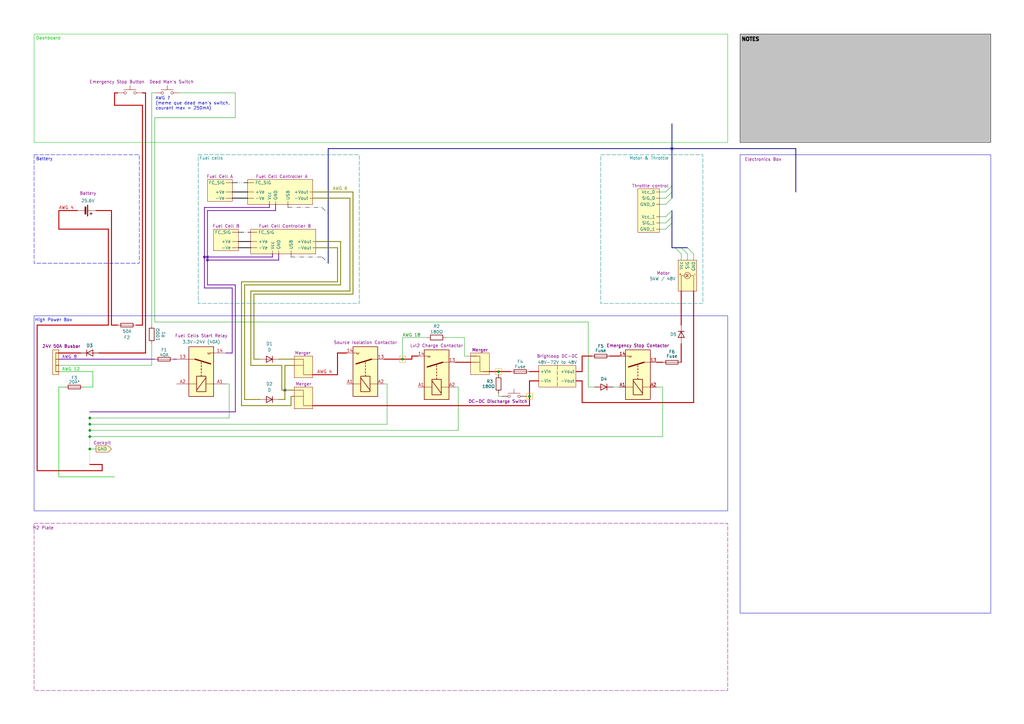
<source format=kicad_sch>
(kicad_sch (version 20231120) (generator "eeschema") (generator_version "8.0")
  (paper "A3")
  (title_block (title "Electrical Layout 2024") (date "2024-05-09") (company "Exocet Polytechnique Montréal"))
  (lib_symbols
    (symbol "Device:Battery_Cell" (pin_numbers hide) (pin_names (offset 0) hide)
      (property "Reference" "BT" (at 2.54 2.54 0))
      (property "Value" "Battery_Cell" (at 2.54 0 0))
      (symbol "Battery_Cell_0_1"
        (rectangle (start -2.286 1.778) (end 2.286 1.524) (fill (type outline)))
        (rectangle (start -1.524 1.016) (end 1.524 0.508) (fill (type outline)))
        (polyline (pts (xy 0 0.762) (xy 0 0)))
        (polyline (pts (xy 0 1.778) (xy 0 2.54)))
        (polyline (pts (xy 0.762 3.048) (xy 1.778 3.048)) (stroke (width 0.254)))
        (polyline (pts (xy 1.27 3.556) (xy 1.27 2.54)) (stroke (width 0.254)))
      )
      (symbol "Battery_Cell_1_1"
        (pin passive line (at 0 5.08 270) (length 2.54) (name "+") (number "1"))
        (pin passive line (at 0 -2.54 90) (length 2.54) (name "-") (number "2"))
      )
    )
    (symbol "Device:D" (pin_numbers hide) (pin_names (offset 1.016) hide)
      (property "Reference" "D" (at 0 2.54 0))
      (property "Value" "D" (at 0 -2.54 0))
      (symbol "D_0_1"
        (polyline (pts (xy -1.27 1.27) (xy -1.27 -1.27)) (stroke (width 0.254)))
        (polyline (pts (xy 1.27 0) (xy -1.27 0)))
        (polyline (pts (xy 1.27 1.27) (xy 1.27 -1.27) (xy -1.27 0) (xy 1.27 1.27)) (stroke (width 0.254)))
      )
      (symbol "D_1_1"
        (pin passive line (at -3.81 0 0) (length 2.54) (name "K") (number "1"))
        (pin passive line (at 3.81 0 180) (length 2.54) (name "A") (number "2"))
      )
    )
    (symbol "Device:Fuse" (pin_numbers hide) (pin_names (offset 0))
      (property "Reference" "F" (at 2.032 0 90))
      (property "Value" "Fuse" (at -1.905 0 90))
      (symbol "Fuse_0_1"
        (rectangle (start -0.762 -2.54) (end 0.762 2.54) (stroke (width 0.254)))
        (polyline (pts (xy 0 2.54) (xy 0 -2.54)))
      )
      (symbol "Fuse_1_1"
        (pin passive line (at 0 3.81 270) (length 1.27) (name "~") (number "1"))
        (pin passive line (at 0 -3.81 90) (length 1.27) (name "~") (number "2"))
      )
    )
    (symbol "Device:R" (pin_numbers hide) (pin_names (offset 0))
      (property "Reference" "R" (at 2.032 0 90))
      (property "Value" "R" (at 0 0 90))
      (symbol "R_0_1"
        (rectangle (start -1.016 -2.54) (end 1.016 2.54) (stroke (width 0.254)))
      )
      (symbol "R_1_1"
        (pin passive line (at 0 3.81 270) (length 1.27) (name "~") (number "1"))
        (pin passive line (at 0 -3.81 90) (length 1.27) (name "~") (number "2"))
      )
    )
    (symbol "Exocet_Electrical:Brightloop_DC-DC"
      (property "Reference" "DCC" (at 0 0 0))
      (symbol "Brightloop_DC-DC_1_1"
        (rectangle (start -7.62 -1.27) (end 7.62 -10.16) (fill (type background)))
        (polyline (pts (xy 0 -1.27) (xy 0 -10.16)) (stroke (width 0) (type dash)))
        (pin power_in line (at -7.62 -3.81 0) (length 0) (name "+Vin") (number ""))
        (pin power_out line (at 7.62 -3.81 180) (length 0) (name "+Vout") (number ""))
        (pin power_in line (at -7.62 -7.62 0) (length 0) (name "-Vin") (number ""))
        (pin power_out line (at 7.62 -7.62 180) (length 0) (name "-Vout") (number ""))
      )
    )
    (symbol "Exocet_Electrical:Busbar_4"
      (property "Reference" "BSB" (at -0.508 -0.254 0))
      (symbol "Busbar_4_0_1"
        (polyline (pts (xy -1.27 -7.62) (xy -1.27 -10.16)))
        (polyline (pts (xy -1.27 -2.54) (xy -1.27 -7.62)))
      )
      (symbol "Busbar_4_1_1"
        (rectangle (start -2.54 -1.27) (end 0 -11.43) (fill (type background)))
        (pin passive line (at 0 -10.16 180) (length 1.27) (name "") (number ""))
        (pin passive line (at 0 -7.62 180) (length 1.27) (name "") (number ""))
        (pin passive line (at 0 -5.08 180) (length 1.27) (name "") (number ""))
        (pin passive line (at 0 -2.54 180) (length 1.27) (name "") (number ""))
      )
    )
    (symbol "Exocet_Electrical:Cockpit_(grounded)"
      (property "Reference" "CGND" (at 0 0 0))
      (symbol "Cockpit_(grounded)_1_1"
        (polyline (pts (xy -2.54 -1.27) (xy 2.54 -1.27) (xy 3.81 -2.54) (xy 2.54 -3.81) (xy -2.54 -3.81) (xy -2.54 -1.27)) (fill (type background)))
        (pin passive line (at -2.54 -2.54 0) (length 0) (name "GND") (number ""))
      )
    )
    (symbol "Exocet_Electrical:Fuel_Cell_Controller"
      (property "Reference" "FCC" (at 0 0 0))
      (symbol "Fuel_Cell_Controller_1_1"
        (rectangle (start -13.97 -1.27) (end 12.7 -11.43) (fill (type background)))
        (pin power_in line (at -13.97 -6.35 0) (length 2.54) (name "+Ve") (number ""))
        (pin power_out line (at 12.7 -6.35 180) (length 1.27) (name "+Vout") (number ""))
        (pin power_in line (at -13.97 -8.89 0) (length 2.54) (name "-Ve") (number ""))
        (pin power_out line (at 12.7 -8.89 180) (length 1.27) (name "-Vout") (number ""))
        (pin output line (at -13.97 -2.54 0) (length 2.54) (name "FC_SIG") (number ""))
        (pin power_in line (at -2.54 -11.43 90) (length 1.27) (name "GND") (number ""))
        (pin bidirectional line (at 2.54 -11.43 90) (length 1.27) (name "USB") (number ""))
        (pin power_in line (at -5.08 -11.43 90) (length 1.27) (name "Vcc") (number ""))
      )
    )
    (symbol "Exocet_Electrical:Merger_2_1"
      (property "Reference" "MRG" (at 0 0 0))
      (symbol "Merger_2_1_0_1"
        (polyline (pts (xy -1.27 -5.08) (xy 0 -5.08)))
        (polyline (pts (xy -1.27 -2.54) (xy 0 -2.54)))
        (polyline (pts (xy 0 -2.54) (xy 0 -8.89) (xy 1.27 -8.89)))
      )
      (symbol "Merger_2_1_1_1"
        (rectangle (start -3.81 -1.27) (end 3.81 -10.16) (fill (type background)))
        (pin passive line (at -3.81 -5.08 0) (length 2.54) (name "") (number ""))
        (pin passive line (at -3.81 -2.54 0) (length 2.54) (name "") (number ""))
        (pin passive line (at 3.81 -8.89 180) (length 2.54) (name "") (number ""))
      )
    )
    (symbol "Exocet_Electrical:Outboard_5.0"
      (property "Reference" "PROP" (at 0 0 0))
      (symbol "Outboard_5.0_0_1"
        (circle (center 0 -5.08) (radius 1.27))
      )
      (symbol "Outboard_5.0_1_1"
        (rectangle (start -6.35 -1.27) (end 6.35 -8.89) (fill (type background)))
        (polyline (pts (xy -3.81 -2.54) (xy -6.35 -2.54)))
        (polyline (pts (xy -6.35 -7.62) (xy 0 -7.62) (xy 0 -6.35)))
        (polyline (pts (xy -3.81 -2.54) (xy 0 -2.54) (xy 0 -3.81)))
        (text "+" (at 0.508 -2.032 0) (effects (font (size 1 1))))
        (text "-" (at 0.508 -8.128 0) (effects (font (size 1 1))))
        (text "M" (at 0 -5.08 0) (effects (font (size 1.27 1.27))))
        (pin power_in line (at -6.35 -7.62 0) (length 0) (name "") (number ""))
        (pin power_in line (at -6.35 -2.54 0) (length 0) (name "") (number ""))
        (pin power_in line (at 6.35 -7.62 180) (length 0) (name "GND") (number ""))
        (pin input line (at 6.35 -5.08 180) (length 0) (name "SIG") (number ""))
        (pin power_in line (at 6.35 -2.54 180) (length 0) (name "Vcc") (number ""))
      )
    )
    (symbol "Exocet_Electrical:Throttle"
      (property "Reference" "THR" (at 0 0 0))
      (symbol "Throttle_1_1"
        (rectangle (start -3.81 -1.27) (end 5.08 -19.05) (fill (type background)))
        (pin power_in line (at -3.81 -7.62 0) (length 1.27) (name "GND_0") (number ""))
        (pin power_in line (at -3.81 -17.78 0) (length 1.27) (name "GND_1") (number ""))
        (pin output line (at -3.81 -5.08 0) (length 1.27) (name "SIG_0") (number ""))
        (pin output line (at -3.81 -15.24 0) (length 1.27) (name "SIG_1") (number ""))
        (pin power_in line (at -3.81 -2.54 0) (length 1.27) (name "Vcc_0") (number ""))
        (pin power_in line (at -3.81 -12.7 0) (length 1.27) (name "Vcc_1") (number ""))
      )
    )
    (symbol "Fuel_Cell_2"
      (property "Reference" "FC" (at 0 0 0))
      (symbol "Fuel_Cell_2_1_1"
        (rectangle (start -5.08 -1.27) (end 5.08 -10.16) (fill (type background)))
        (pin power_out line (at 5.08 -6.35 180) (length 2.54) (name "+Ve") (number ""))
        (pin power_out line (at 5.08 -8.89 180) (length 2.54) (name "-Ve") (number ""))
        (pin input line (at 5.08 -2.54 180) (length 2.54) (name "FC_SIG") (number ""))
      )
    )
    (symbol "Fuel_Cell_3"
      (property "Reference" "FC" (at 0 0 0))
      (symbol "Fuel_Cell_3_1_1"
        (rectangle (start -5.08 -1.27) (end 5.08 -10.16) (fill (type background)))
        (pin power_out line (at 5.08 -6.35 180) (length 2.54) (name "+Ve") (number ""))
        (pin power_out line (at 5.08 -8.89 180) (length 2.54) (name "-Ve") (number ""))
        (pin input line (at 5.08 -2.54 180) (length 2.54) (name "FC_SIG") (number ""))
      )
    )
    (symbol "Merger_2_1_1"
      (property "Reference" "MRG" (at 0 0 0))
      (symbol "Merger_2_1_1_0_1"
        (polyline (pts (xy -1.27 -5.08) (xy 0 -5.08)))
        (polyline (pts (xy -1.27 -2.54) (xy 0 -2.54)))
        (polyline (pts (xy 0 -2.54) (xy 0 -8.89) (xy 1.27 -8.89)))
      )
      (symbol "Merger_2_1_1_1_1"
        (rectangle (start -3.81 -1.27) (end 3.81 -10.16) (fill (type background)))
        (pin passive line (at -3.81 -5.08 0) (length 2.54) (name "") (number ""))
        (pin passive line (at -3.81 -2.54 0) (length 2.54) (name "") (number ""))
        (pin passive line (at 3.81 -8.89 180) (length 2.54) (name "") (number ""))
      )
    )
    (symbol "Merger_2_1_2"
      (property "Reference" "MRG" (at 0 0 0))
      (symbol "Merger_2_1_2_0_1"
        (polyline (pts (xy -1.27 -5.08) (xy 0 -5.08)))
        (polyline (pts (xy -1.27 -2.54) (xy 0 -2.54)))
        (polyline (pts (xy 0 -2.54) (xy 0 -8.89) (xy 1.27 -8.89)))
      )
      (symbol "Merger_2_1_2_1_1"
        (rectangle (start -3.81 -1.27) (end 3.81 -10.16) (fill (type background)))
        (pin passive line (at -3.81 -5.08 0) (length 2.54) (name "") (number ""))
        (pin passive line (at -3.81 -2.54 0) (length 2.54) (name "") (number ""))
        (pin passive line (at 3.81 -8.89 180) (length 2.54) (name "") (number ""))
      )
    )
    (symbol "Relay:RAYEX-L90AS"
      (property "Reference" "K" (at 11.43 3.81 0))
      (property "Value" "RAYEX-L90AS" (at 11.43 1.27 0))
      (symbol "RAYEX-L90AS_1_0"
        (polyline (pts (xy 7.62 3.81) (xy 7.62 5.08)))
        (polyline (pts (xy 7.62 3.81) (xy 7.62 2.54) (xy 6.985 3.175) (xy 7.62 3.81)))
      )
      (symbol "RAYEX-L90AS_1_1"
        (rectangle (start -10.16 5.08) (end 10.16 -5.08) (stroke (width 0.254)) (fill (type background)))
        (rectangle (start -8.255 1.905) (end -1.905 -1.905) (stroke (width 0.254)))
        (polyline (pts (xy -7.62 -1.905) (xy -2.54 1.905)) (stroke (width 0.254)))
        (polyline (pts (xy -5.08 -5.08) (xy -5.08 -1.905)))
        (polyline (pts (xy -5.08 5.08) (xy -5.08 1.905)))
        (polyline (pts (xy -1.905 0) (xy -1.27 0)) (stroke (width 0.254)))
        (polyline (pts (xy -0.635 0) (xy 0 0)) (stroke (width 0.254)))
        (polyline (pts (xy 0.635 0) (xy 1.27 0)) (stroke (width 0.254)))
        (polyline (pts (xy 0.635 0) (xy 1.27 0)) (stroke (width 0.254)))
        (polyline (pts (xy 1.905 0) (xy 2.54 0)) (stroke (width 0.254)))
        (polyline (pts (xy 3.175 0) (xy 3.81 0)) (stroke (width 0.254)))
        (polyline (pts (xy 5.08 -2.54) (xy 3.175 3.81)) (stroke (width 0.508)))
        (polyline (pts (xy 5.08 -2.54) (xy 5.08 -5.08)))
        (pin passive line (at 5.08 -10.16 90) (length 5.08) (name "~") (number "13"))
        (pin passive line (at 7.62 10.16 270) (length 5.08) (name "~") (number "14"))
        (pin passive line (at -5.08 10.16 270) (length 5.08) (name "~") (number "A1"))
        (pin passive line (at -5.08 -10.16 90) (length 5.08) (name "~") (number "A2"))
      )
    )
    (symbol "Relay:Relay_SPST-NO"
      (property "Reference" "K" (at 11.43 3.81 0))
      (property "Value" "Relay_SPST-NO" (at 11.43 1.27 0))
      (symbol "Relay_SPST-NO_0_0"
        (polyline (pts (xy 7.62 5.08) (xy 7.62 2.54) (xy 6.985 3.175) (xy 7.62 3.81)))
      )
      (symbol "Relay_SPST-NO_0_1"
        (rectangle (start -10.16 5.08) (end 10.16 -5.08) (stroke (width 0.254)) (fill (type background)))
        (rectangle (start -8.255 1.905) (end -1.905 -1.905) (stroke (width 0.254)))
        (polyline (pts (xy -7.62 -1.905) (xy -2.54 1.905)) (stroke (width 0.254)))
        (polyline (pts (xy -5.08 -5.08) (xy -5.08 -1.905)))
        (polyline (pts (xy -5.08 5.08) (xy -5.08 1.905)))
        (polyline (pts (xy -1.905 0) (xy -1.27 0)) (stroke (width 0.254)))
        (polyline (pts (xy -0.635 0) (xy 0 0)) (stroke (width 0.254)))
        (polyline (pts (xy 0.635 0) (xy 1.27 0)) (stroke (width 0.254)))
        (polyline (pts (xy 1.905 0) (xy 2.54 0)) (stroke (width 0.254)))
        (polyline (pts (xy 3.175 0) (xy 3.81 0)) (stroke (width 0.254)))
        (polyline (pts (xy 5.08 -2.54) (xy 3.175 3.81)) (stroke (width 0.508)))
        (polyline (pts (xy 5.08 -2.54) (xy 5.08 -5.08)))
      )
      (symbol "Relay_SPST-NO_1_1"
        (pin passive line (at 5.08 -7.62 90) (length 2.54) (name "~") (number "13"))
        (pin passive line (at 7.62 7.62 270) (length 2.54) (name "~") (number "14"))
        (pin passive line (at -5.08 7.62 270) (length 2.54) (name "~") (number "A1"))
        (pin passive line (at -5.08 -7.62 90) (length 2.54) (name "~") (number "A2"))
      )
    )
    (symbol "Switch:SW_Push" (pin_numbers hide) (pin_names (offset 1.016) hide)
      (property "Reference" "SW" (at 1.27 2.54 0))
      (property "Value" "SW_Push" (at 0 -1.524 0))
      (symbol "SW_Push_0_1"
        (circle (center -2.032 0) (radius 0.508))
        (polyline (pts (xy 0 1.27) (xy 0 3.048)))
        (polyline (pts (xy 2.54 1.27) (xy -2.54 1.27)))
        (circle (center 2.032 0) (radius 0.508))
        (pin passive line (at -5.08 0 0) (length 2.54) (name "1") (number "1"))
        (pin passive line (at 5.08 0 180) (length 2.54) (name "2") (number "2"))
      )
    )
  )
  (junction (at 83.82 105.41) (color 102 4 161 1))
  (junction (at 165.1 147.32))
  (junction (at 85.09 106.68) (color 102 4 161 1))
  (junction (at 36.83 176.53))
  (junction (at 36.83 173.99))
  (junction (at 204.47 152.4))
  (junction (at 217.17 162.56))
  (junction (at 36.83 184.15))
  (junction (at 36.83 171.45))
  (junction (at 36.83 179.07))
  (no_connect (at 275.59 60.96))
  (no_connect (at 85.09 105.41))
  (no_connect (at 116.84 160.02))
  (bus_entry (at 281.94 104.14) (size -2.54 -2.54))
  (bus_entry (at 132.08 105.41) (size 2.54 2.54) (stroke (width 0) (type dash_dot_dot) (color 0 0 0 1)))
  (bus_entry (at 273.05 93.98) (size 2.54 -2.54))
  (bus_entry (at 273.05 91.44) (size 2.54 -2.54))
  (bus_entry (at 275.59 78.74) (size -2.54 2.54))
  (bus_entry (at 275.59 81.28) (size -2.54 2.54))
  (bus_entry (at 275.59 76.2) (size -2.54 2.54))
  (bus_entry (at 284.48 104.14) (size -2.54 -2.54))
  (bus_entry (at 132.08 85.09) (size 2.54 2.54) (stroke (width 0) (type dash_dot_dot) (color 0 0 0 1)))
  (bus_entry (at 273.05 88.9) (size 2.54 -2.54))
  (bus_entry (at 279.4 104.14) (size -2.54 -2.54))
  (wire (pts (xy 104.14 147.32) (xy 104.14 120.65)) (stroke (width 0.35) (color 132 132 0 1)))
  (bus (pts (xy 134.62 60.96) (xy 326.39 60.96)))
  (bus (pts (xy 275.59 101.6) (xy 276.86 101.6)))
  (wire (pts (xy 111.76 105.41) (xy 111.76 104.14)) (stroke (width 0.3) (color 102 4 161 1)))
  (wire (pts (xy 273.05 81.28) (xy 270.51 81.28)))
  (wire (pts (xy 100.33 163.83) (xy 100.33 116.84)) (stroke (width 0.35) (color 132 132 0 1)))
  (wire (pts (xy 271.78 158.75) (xy 269.24 158.75)))
  (bus (pts (xy 275.59 78.74) (xy 275.59 81.28)))
  (wire (pts (xy 158.75 157.48) (xy 158.75 173.99)))
  (wire (pts (xy 99.06 166.37) (xy 99.06 115.57)) (stroke (width 0.35) (color 132 132 0 1)))
  (wire (pts (xy 187.96 158.75) (xy 186.69 158.75)))
  (wire (pts (xy 241.3 158.75) (xy 243.84 158.75)))
  (wire (pts (xy 104.14 147.32) (xy 106.68 147.32)) (stroke (width 0.35) (color 132 132 0 1)))
  (wire (pts (xy 217.17 156.21) (xy 220.98 156.21)) (stroke (width 0.4) (color 194 0 0 1)))
  (wire (pts (xy 83.82 105.41) (xy 111.76 105.41)) (stroke (width 0.3) (color 102 4 161 1)))
  (wire (pts (xy 63.5 132.08) (xy 241.3 132.08)))
  (wire (pts (xy 95.25 74.93) (xy 101.6 74.93)) (stroke (width 0.2) (type dash_dot_dot) (color 0 0 0 1)))
  (wire (pts (xy 85.09 116.84) (xy 85.09 106.68)) (stroke (width 0.3) (color 102 4 161 1)))
  (wire (pts (xy 83.82 118.11) (xy 95.25 118.11)) (stroke (width 0.3) (color 102 4 161 1)))
  (wire (pts (xy 118.11 83.82) (xy 118.11 85.09)) (stroke (width 0) (type dash_dot_dot) (color 0 0 0 1)))
  (wire (pts (xy 138.43 153.67) (xy 128.27 153.67)) (stroke (width 0.4) (color 194 0 0 1)))
  (wire (pts (xy 200.66 152.4) (xy 204.47 152.4)) (stroke (width 0.4) (color 194 0 0 1)))
  (bus (pts (xy 134.62 87.63) (xy 134.62 107.95)))
  (wire (pts (xy 24.13 149.86) (xy 62.23 149.86)))
  (bus (pts (xy 326.39 60.96) (xy 326.39 78.74)))
  (bus (pts (xy 275.59 50.8) (xy 275.59 76.2)))
  (wire (pts (xy 138.43 101.6) (xy 129.54 101.6)) (stroke (width 0.35) (color 132 132 0 1)))
  (wire (pts (xy 204.47 152.4) (xy 204.47 153.67)))
  (wire (pts (xy 85.09 106.68) (xy 114.3 106.68)) (stroke (width 0.3) (color 102 4 161 1)))
  (wire (pts (xy 250.19 146.05) (xy 254 146.05)) (stroke (width 0.4) (color 194 0 0 1)))
  (wire (pts (xy 190.5 138.43) (xy 190.5 146.05)))
  (wire (pts (xy 63.5 48.26) (xy 63.5 132.08)))
  (wire (pts (xy 93.98 171.45) (xy 36.83 171.45)))
  (wire (pts (xy 58.42 133.35) (xy 58.42 43.18)) (stroke (width 0.4) (color 194 0 0 1)))
  (wire (pts (xy 284.48 119.38) (xy 284.48 165.1)) (stroke (width 0.4) (color 194 0 0 1)))
  (bus (pts (xy 275.59 91.44) (xy 275.59 101.6)))
  (wire (pts (xy 45.72 86.36) (xy 39.37 86.36)) (stroke (width 0.4) (color 194 0 0 1)))
  (wire (pts (xy 24.13 195.58) (xy 46.99 195.58)) (stroke (width 0.2) (color 0 194 0 1)))
  (wire (pts (xy 138.43 115.57) (xy 138.43 101.6)) (stroke (width 0.35) (color 132 132 0 1)))
  (bus (pts (xy 279.4 101.6) (xy 281.94 101.6)))
  (wire (pts (xy 38.1 158.75) (xy 34.29 158.75)) (stroke (width 0.2) (color 0 194 0 1)))
  (wire (pts (xy 204.47 161.29) (xy 204.47 162.56)))
  (wire (pts (xy 24.13 93.98) (xy 44.45 93.98)) (stroke (width 0.4) (color 194 0 0 1)))
  (wire (pts (xy 96.52 116.84) (xy 96.52 168.91)) (stroke (width 0.3) (color 102 4 161 1)))
  (wire (pts (xy 273.05 88.9) (xy 270.51 88.9)))
  (wire (pts (xy 97.79 101.6) (xy 102.87 101.6)) (stroke (width 0.3) (color 0 0 0 1)))
  (wire (pts (xy 24.13 144.78) (xy 33.02 144.78)) (stroke (width 0.4) (color 194 0 0 1)))
  (wire (pts (xy 58.42 38.1) (xy 59.69 38.1)) (stroke (width 0.4) (color 194 0 0 1)))
  (wire (pts (xy 165.1 138.43) (xy 175.26 138.43)))
  (wire (pts (xy 62.23 149.86) (xy 62.23 140.97)))
  (wire (pts (xy 158.75 173.99) (xy 36.83 173.99)))
  (wire (pts (xy 168.91 146.05) (xy 171.45 146.05)) (stroke (width 0.4) (color 194 0 0 1)))
  (wire (pts (xy 62.23 38.1) (xy 62.23 133.35)))
  (wire (pts (xy 165.1 138.43) (xy 165.1 147.32)))
  (wire (pts (xy 36.83 184.15) (xy 36.83 190.5)) (stroke (width 0) (type dot) (color 0 0 0 1)))
  (bus (pts (xy 276.86 101.6) (xy 279.4 101.6)))
  (wire (pts (xy 92.71 157.48) (xy 93.98 157.48)))
  (wire (pts (xy 24.13 158.75) (xy 26.67 158.75)) (stroke (width 0.2) (color 0 194 0 1)))
  (wire (pts (xy 36.83 173.99) (xy 36.83 176.53)) (stroke (width 0) (type dot) (color 0 0 0 1)))
  (wire (pts (xy 102.87 149.86) (xy 115.57 149.86)) (stroke (width 0.35) (color 132 132 0 1)))
  (wire (pts (xy 187.96 158.75) (xy 187.96 176.53)))
  (wire (pts (xy 15.24 193.04) (xy 41.91 193.04)) (stroke (width 0.4) (color 194 0 0 1)))
  (wire (pts (xy 114.3 163.83) (xy 116.84 163.83)) (stroke (width 0.35) (color 132 132 0 1)))
  (wire (pts (xy 157.48 147.32) (xy 165.1 147.32)) (stroke (width 0.4) (color 194 0 0 1)))
  (wire (pts (xy 119.38 162.56) (xy 120.65 162.56)) (stroke (width 0.35) (color 132 132 0 1)))
  (wire (pts (xy 45.72 86.36) (xy 45.72 133.35)) (stroke (width 0.4) (color 194 0 0 1)))
  (wire (pts (xy 273.05 91.44) (xy 270.51 91.44)))
  (wire (pts (xy 31.75 86.36) (xy 24.13 86.36)) (stroke (width 0.4) (color 194 0 0 1)))
  (wire (pts (xy 241.3 132.08) (xy 241.3 158.75)))
  (wire (pts (xy 44.45 133.35) (xy 15.24 133.35)) (stroke (width 0.4) (color 194 0 0 1)))
  (wire (pts (xy 85.09 106.68) (xy 85.09 86.36)) (stroke (width 0.3) (color 102 4 161 1)))
  (wire (pts (xy 281.94 104.14) (xy 281.94 106.68)))
  (wire (pts (xy 273.05 78.74) (xy 270.51 78.74)))
  (wire (pts (xy 119.38 105.41) (xy 132.08 105.41)) (stroke (width 0) (type dash_dot_dot) (color 0 0 0 1)))
  (wire (pts (xy 97.79 95.25) (xy 102.87 95.25)) (stroke (width 0.2) (type dash_dot) (color 0 0 0 1)))
  (wire (pts (xy 41.91 193.04) (xy 41.91 190.5)) (stroke (width 0.4) (color 194 0 0 1)))
  (wire (pts (xy 238.76 156.21) (xy 238.76 165.1)) (stroke (width 0.4) (color 194 0 0 1)))
  (wire (pts (xy 41.91 190.5) (xy 36.83 190.5)) (stroke (width 0.4) (color 194 0 0 1)))
  (wire (pts (xy 92.71 144.78) (xy 95.25 144.78)) (stroke (width 0.3) (color 102 4 161 1)))
  (wire (pts (xy 97.79 99.06) (xy 102.87 99.06)) (stroke (width 0.3) (color 0 0 0 1)))
  (wire (pts (xy 36.83 184.15) (xy 39.37 184.15)))
  (wire (pts (xy 100.33 116.84) (xy 139.7 116.84)) (stroke (width 0.35) (color 132 132 0 1)))
  (wire (pts (xy 100.33 163.83) (xy 106.68 163.83)) (stroke (width 0.35) (color 132 132 0 1)))
  (wire (pts (xy 83.82 85.09) (xy 110.49 85.09)) (stroke (width 0.3) (color 102 4 161 1)))
  (wire (pts (xy 251.46 158.75) (xy 254 158.75)))
  (wire (pts (xy 236.22 156.21) (xy 238.76 156.21)) (stroke (width 0.4) (color 194 0 0 1)))
  (wire (pts (xy 24.13 195.58) (xy 24.13 158.75)) (stroke (width 0.2) (color 0 194 0 1)))
  (wire (pts (xy 204.47 152.4) (xy 209.55 152.4)) (stroke (width 0.4) (color 194 0 0 1)))
  (wire (pts (xy 279.4 119.38) (xy 279.4 133.35)) (stroke (width 0.4) (color 194 0 0 1)))
  (wire (pts (xy 190.5 146.05) (xy 193.04 146.05)))
  (wire (pts (xy 15.24 133.35) (xy 15.24 193.04)) (stroke (width 0.4) (color 194 0 0 1)))
  (bus (pts (xy 275.59 86.36) (xy 275.59 88.9)))
  (wire (pts (xy 118.11 85.09) (xy 132.08 85.09)) (stroke (width 0) (type dash_dot_dot) (color 0 0 0 1)))
  (wire (pts (xy 58.42 43.18) (xy 46.99 43.18)) (stroke (width 0.4) (color 194 0 0 1)))
  (wire (pts (xy 138.43 144.78) (xy 142.24 144.78)) (stroke (width 0.4) (color 194 0 0 1)))
  (wire (pts (xy 96.52 116.84) (xy 85.09 116.84)) (stroke (width 0.3) (color 102 4 161 1)))
  (wire (pts (xy 139.7 116.84) (xy 139.7 99.06)) (stroke (width 0.35) (color 132 132 0 1)))
  (wire (pts (xy 38.1 152.4) (xy 38.1 158.75)) (stroke (width 0.2) (color 0 194 0 1)))
  (wire (pts (xy 24.13 147.32) (xy 63.5 147.32)) (stroke (width 0.3) (color 102 4 161 1)))
  (wire (pts (xy 168.91 147.32) (xy 168.91 146.05)) (stroke (width 0.4) (color 194 0 0 1)))
  (wire (pts (xy 114.3 147.32) (xy 120.65 147.32)) (stroke (width 0.35) (color 132 132 0 1)))
  (wire (pts (xy 99.06 166.37) (xy 119.38 166.37)) (stroke (width 0.35) (color 132 132 0 1)))
  (wire (pts (xy 40.64 144.78) (xy 59.69 144.78)) (stroke (width 0.4) (color 194 0 0 1)))
  (wire (pts (xy 238.76 165.1) (xy 284.48 165.1)) (stroke (width 0.4) (color 194 0 0 1)))
  (wire (pts (xy 113.03 83.82) (xy 113.03 86.36)) (stroke (width 0.3) (color 102 4 161 1)))
  (wire (pts (xy 273.05 93.98) (xy 270.51 93.98)))
  (wire (pts (xy 115.57 149.86) (xy 115.57 160.02)) (stroke (width 0.35) (color 132 132 0 1)))
  (wire (pts (xy 85.09 86.36) (xy 113.03 86.36)) (stroke (width 0.3) (color 102 4 161 1)))
  (wire (pts (xy 93.98 157.48) (xy 93.98 171.45)))
  (wire (pts (xy 55.88 133.35) (xy 58.42 133.35)) (stroke (width 0.4) (color 194 0 0 1)))
  (wire (pts (xy 46.99 43.18) (xy 46.99 38.1)) (stroke (width 0.4) (color 194 0 0 1)))
  (wire (pts (xy 143.51 81.28) (xy 128.27 81.28)) (stroke (width 0.35) (color 132 132 0 1)))
  (wire (pts (xy 138.43 144.78) (xy 138.43 153.67)) (stroke (width 0.4) (color 194 0 0 1)))
  (wire (pts (xy 119.38 166.37) (xy 119.38 162.56)) (stroke (width 0.35) (color 132 132 0 1)))
  (wire (pts (xy 36.83 179.07) (xy 271.78 179.07)))
  (wire (pts (xy 46.99 38.1) (xy 48.26 38.1)) (stroke (width 0.4) (color 194 0 0 1)))
  (wire (pts (xy 238.76 146.05) (xy 242.57 146.05)) (stroke (width 0.4) (color 194 0 0 1)))
  (bus (pts (xy 275.59 76.2) (xy 275.59 78.74)))
  (wire (pts (xy 269.24 148.59) (xy 271.78 148.59)) (stroke (width 0.4) (color 194 0 0 1)))
  (wire (pts (xy 102.87 119.38) (xy 143.51 119.38)) (stroke (width 0.35) (color 132 132 0 1)))
  (wire (pts (xy 96.52 38.1) (xy 96.52 48.26)))
  (bus (pts (xy 134.62 87.63) (xy 134.62 60.96)))
  (wire (pts (xy 236.22 152.4) (xy 238.76 152.4)) (stroke (width 0.4) (color 194 0 0 1)))
  (wire (pts (xy 95.25 78.74) (xy 101.6 78.74)) (stroke (width 0.3) (color 0 0 0 1)))
  (wire (pts (xy 62.23 38.1) (xy 63.5 38.1)))
  (wire (pts (xy 273.05 83.82) (xy 270.51 83.82)))
  (wire (pts (xy 71.12 147.32) (xy 72.39 147.32)) (stroke (width 0.3) (color 102 4 161 1)))
  (bus (pts (xy 275.59 88.9) (xy 275.59 91.44)))
  (wire (pts (xy 238.76 152.4) (xy 238.76 146.05)) (stroke (width 0.4) (color 194 0 0 1)))
  (wire (pts (xy 24.13 86.36) (xy 24.13 93.98)) (stroke (width 0.4) (color 194 0 0 1)))
  (wire (pts (xy 217.17 162.56) (xy 217.17 166.37)) (stroke (width 0.4) (color 194 0 0 1)))
  (wire (pts (xy 73.66 38.1) (xy 96.52 38.1)))
  (wire (pts (xy 217.17 156.21) (xy 217.17 162.56)) (stroke (width 0.4) (color 194 0 0 1)))
  (wire (pts (xy 143.51 119.38) (xy 143.51 81.28)) (stroke (width 0.35) (color 132 132 0 1)))
  (wire (pts (xy 217.17 152.4) (xy 220.98 152.4)) (stroke (width 0.4) (color 194 0 0 1)))
  (wire (pts (xy 44.45 93.98) (xy 44.45 133.35)) (stroke (width 0.4) (color 194 0 0 1)))
  (wire (pts (xy 83.82 118.11) (xy 83.82 105.41)) (stroke (width 0.3) (color 102 4 161 1)))
  (wire (pts (xy 204.47 162.56) (xy 205.74 162.56)))
  (wire (pts (xy 144.78 78.74) (xy 128.27 78.74)) (stroke (width 0.35) (color 132 132 0 1)))
  (wire (pts (xy 83.82 105.41) (xy 83.82 85.09)) (stroke (width 0.3) (color 102 4 161 1)))
  (wire (pts (xy 115.57 160.02) (xy 120.65 160.02)) (stroke (width 0.35) (color 132 132 0 1)))
  (wire (pts (xy 104.14 120.65) (xy 144.78 120.65)) (stroke (width 0.35) (color 132 132 0 1)))
  (wire (pts (xy 215.9 162.56) (xy 217.17 162.56)))
  (wire (pts (xy 186.69 148.59) (xy 193.04 148.59)) (stroke (width 0.4) (color 194 0 0 1)))
  (wire (pts (xy 24.13 152.4) (xy 38.1 152.4)) (stroke (width 0.2) (color 0 194 0 1)))
  (wire (pts (xy 99.06 115.57) (xy 138.43 115.57)) (stroke (width 0.35) (color 132 132 0 1)))
  (wire (pts (xy 279.4 140.97) (xy 279.4 148.59)) (stroke (width 0.4) (color 194 0 0 1)))
  (wire (pts (xy 95.25 81.28) (xy 101.6 81.28)) (stroke (width 0.3) (color 0 0 0 1)))
  (wire (pts (xy 165.1 147.32) (xy 168.91 147.32)) (stroke (width 0.4) (color 194 0 0 1)))
  (wire (pts (xy 59.69 38.1) (xy 59.69 144.78)) (stroke (width 0.4) (color 194 0 0 1)))
  (wire (pts (xy 110.49 85.09) (xy 110.49 83.82)) (stroke (width 0.3) (color 102 4 161 1)))
  (wire (pts (xy 114.3 106.68) (xy 114.3 104.14)) (stroke (width 0.3) (color 102 4 161 1)))
  (wire (pts (xy 96.52 48.26) (xy 63.5 48.26)))
  (wire (pts (xy 36.83 168.91) (xy 96.52 168.91)) (stroke (width 0.3) (color 102 4 161 1)))
  (wire (pts (xy 144.78 120.65) (xy 144.78 78.74)) (stroke (width 0.35) (color 132 132 0 1)))
  (wire (pts (xy 279.4 104.14) (xy 279.4 106.68)))
  (wire (pts (xy 116.84 149.86) (xy 120.65 149.86)) (stroke (width 0.35) (color 132 132 0 1)))
  (wire (pts (xy 36.83 176.53) (xy 36.83 179.07)) (stroke (width 0) (type dot) (color 0 0 0 1)))
  (wire (pts (xy 116.84 149.86) (xy 116.84 163.83)) (stroke (width 0.35) (color 132 132 0 1)))
  (wire (pts (xy 284.48 104.14) (xy 284.48 106.68)))
  (wire (pts (xy 95.25 144.78) (xy 95.25 118.11)) (stroke (width 0.3) (color 102 4 161 1)))
  (wire (pts (xy 158.75 157.48) (xy 157.48 157.48)))
  (wire (pts (xy 182.88 138.43) (xy 190.5 138.43)))
  (wire (pts (xy 36.83 168.91) (xy 36.83 171.45)) (stroke (width 0) (type dot) (color 0 0 0 1)))
  (wire (pts (xy 119.38 105.41) (xy 119.38 104.14)) (stroke (width 0) (type dash_dot_dot) (color 0 0 0 1)))
  (wire (pts (xy 36.83 171.45) (xy 36.83 173.99)) (stroke (width 0) (type dot) (color 0 0 0 1)))
  (wire (pts (xy 139.7 99.06) (xy 129.54 99.06)) (stroke (width 0.35) (color 132 132 0 1)))
  (wire (pts (xy 36.83 179.07) (xy 36.83 184.15)) (stroke (width 0) (type dot) (color 0 0 0 1)))
  (wire (pts (xy 45.72 133.35) (xy 48.26 133.35)) (stroke (width 0.4) (color 194 0 0 1)))
  (wire (pts (xy 128.27 166.37) (xy 217.17 166.37)) (stroke (width 0.4) (color 194 0 0 1)))
  (wire (pts (xy 102.87 149.86) (xy 102.87 119.38)) (stroke (width 0.35) (color 132 132 0 1)))
  (wire (pts (xy 271.78 179.07) (xy 271.78 158.75)))
  (wire (pts (xy 187.96 176.53) (xy 36.83 176.53)))
  (rectangle (start 13.97 129.54) (end 298.45 209.55))
  (rectangle (start 163.83 146.05) (end 166.37 148.59) (stroke (width 0) (color 255 153 0 1)))
  (rectangle (start 215.9 161.29) (end 218.44 163.83) (stroke (width 0) (color 255 153 0 1)))
  (rectangle (start 303.53 13.97) (end 406.4 58.42) (stroke (width 0) (color 0 0 0 1)) (fill (type color) (color 194 194 194 1)))
  (rectangle (start 81.28 63.5) (end 147.32 124.46) (stroke (width 0) (type dash) (color 0 132 132 1)))
  (rectangle (start 246.38 63.5) (end 288.29 124.46) (stroke (width 0) (type dash) (color 0 132 132 1)))
  (rectangle (start 13.97 214.63) (end 298.45 283.21) (stroke (width 0) (type dash) (color 132 0 132 1)))
  (rectangle (start 13.97 63.5) (end 57.15 107.95) (stroke (width 0) (type dash)))
  (rectangle (start 203.2 151.13) (end 205.74 153.67) (stroke (width 0) (color 255 153 0 1)))
  (rectangle (start 13.97 13.97) (end 298.45 58.42) (stroke (width 0) (color 0 194 0 1)))
  (rectangle (start 303.53 63.5) (end 406.4 251.46))
  (text "AWG 4" (at 24.13 85.344 0) (effects (font (size 1.27 1.27)) (justify left)))
  (text "Dashboard" (at 14.732 16.51 0) (effects (font (size 1.27 1.27)) (justify left bottom)))
  (text "AWG ?\n(meme que dead man's switch,\ncourant max = 250mA)" (at 63.754 42.418 0) (effects (font (size 1.27 1.27)) (justify left)))
  (text "H2 Plate" (at 13.462 217.424 0) (effects (font (size 1.27 1.27)) (justify left bottom)))
  (text "AWG 4" (at 130.048 152.654 0) (effects (font (size 1.27 1.27)) (justify left)))
  (text "NOTES" (at 304.038 16.256 0) (effects (font (size 1.5 1.5) (thickness 0.4) (bold yes)) (justify left)))
  (text "High Power Box" (at 14.224 132.08 0) (effects (font (size 1.27 1.27)) (justify left bottom)))
  (text "Motor & Throttle" (at 258.064 65.786 0) (effects (font (size 1.27 1.27)) (justify left bottom)))
  (text "Fuel cells" (at 81.788 65.786 0) (effects (font (size 1.27 1.27)) (justify left bottom)))
  (text "Electronics Box" (at 320.548 66.294 0) (effects (font (size 1.27 1.27)) (justify right bottom)))
  (text "AWG 6" (at 136.398 77.47 0) (effects (font (size 1.27 1.27)) (justify left)))
  (text "Battery" (at 14.732 66.04 0) (effects (font (size 1.27 1.27)) (justify left bottom)))
  (label "AWG 12" (at 25.4 152.4 0))
  (label "AWG 8" (at 25.4 147.32 0))
  (label "AWG 18" (at 165.1 138.43 0))
  (symbol (lib_id "Device:Fuse") (at 52.07 133.35 270) (unit 1)
    (property "Reference" "F2" (at 52.07 138.43 90))
    (property "Value" "50A" (at 52.07 135.89 90))
  )
  (symbol (lib_id "Relay:Relay_SPST-NO") (at 261.62 153.67 90) (unit 1)
    (property "Reference" "K2" (effects (hide yes)))
    (property "Value" "Relay_SPST-NO" (effects (hide yes)))
    (property "Description" "DCNLEV100" (effects (hide yes)))
    (property "Name" "Emergency Stop Contactor" (at 261.62 141.732 90))
  )
  (symbol (lib_name "Fuel_Cell_2") (lib_id "Exocet_Electrical:Fuel_Cell") (at 90.17 72.39 0) (unit 1)
    (property "Reference" "FC3" (effects (hide yes)))
    (property "Name" "Fuel Cell A" (at 90.17 72.39 0))
  )
  (symbol (lib_id "Device:Fuse") (at 67.31 147.32 270) (unit 1)
    (property "Reference" "F1" (at 67.31 143.51 90))
    (property "Value" "40A" (at 67.31 145.542 90))
  )
  (symbol (lib_id "Exocet_Electrical:Throttle") (at 266.7 76.2 0) (mirror y) (unit 1)
    (property "Reference" "THR1" (effects (hide yes)))
    (property "Name" "Throttle control" (at 266.7 76.2 0))
  )
  (symbol (lib_id "Device:R") (at 62.23 137.16 0) (unit 1)
    (property "Reference" "R1" (at 67.056 137.16 90))
    (property "Value" "100Ω" (at 64.77 137.16 90))
    (property "Description" "Resistor" (effects (hide yes)))
    (property "Note" "Max power: 6W" (effects (hide yes)))
  )
  (symbol (lib_id "Exocet_Electrical:Cockpit_(grounded)") (at 41.91 181.61 0) (unit 1)
    (property "Reference" "CGND1" (effects (hide yes)))
    (property "Name" "Cockpit" (at 41.91 181.61 0))
  )
  (symbol (lib_id "Exocet_Electrical:Brightloop_DC-DC") (at 228.6 148.59 0) (unit 1)
    (property "Reference" "DCC1" (effects (hide yes)))
    (property "Value" "48V-72V to 48V" (at 228.6 148.59 0))
    (property "Name" "Brighloop DC-DC" (at 228.6 146.05 0))
  )
  (symbol (lib_id "Device:D") (at 279.4 137.16 270) (unit 1)
    (property "Reference" "D5" (at 274.828 137.16 90) (effects (justify left)))
    (property "Value" "D" (effects (hide yes)))
    (property "Description" "Diode" (effects (hide yes)))
    (property "Sim.Device" "D" (effects (hide yes)))
    (property "Sim.Pins" "1=K 2=A" (effects (hide yes)))
  )
  (symbol (lib_id "Device:R") (at 204.47 157.48 180) (unit 1)
    (property "Reference" "R3" (at 200.914 156.464 0))
    (property "Value" "180Ω" (at 200.406 158.496 0))
    (property "Description" "Resistor" (effects (hide yes)))
  )
  (symbol (lib_id "Device:Fuse") (at 213.36 152.4 90) (unit 1)
    (property "Reference" "F4" (at 213.36 148.336 90))
    (property "Value" "Fuse" (at 213.36 150.368 90))
    (property "Description" "Fuse" (effects (hide yes)))
  )
  (symbol (lib_id "Relay:Relay_SPST-NO") (at 149.86 152.4 90) (unit 1)
    (property "Reference" "K3" (effects (hide yes)))
    (property "Value" "Relay_SPST-NO" (effects (hide yes)))
    (property "Description" "DCNLEV100" (effects (hide yes)))
    (property "Name" "Source Isolation Contactor" (at 149.86 140.462 90))
  )
  (symbol (lib_id "Device:D") (at 110.49 163.83 180) (unit 1)
    (property "Reference" "D2" (at 110.49 157.48 0))
    (property "Value" "D" (at 110.49 160.02 0))
    (property "Description" "Diode" (effects (hide yes)))
    (property "Sim.Device" "D" (effects (hide yes)))
    (property "Sim.Pins" "1=K 2=A" (effects (hide yes)))
  )
  (symbol (lib_id "Exocet_Electrical:Fuel_Cell_Controller") (at 115.57 72.39 0) (unit 1)
    (property "Reference" "FCC2" (effects (hide yes)))
    (property "Name" "Fuel Cell Controller A" (at 115.57 72.39 0))
  )
  (symbol (lib_id "Exocet_Electrical:Outboard_5.0") (at 276.86 113.03 90) (unit 1)
    (property "Reference" "PROP1" (effects (hide yes)))
    (property "Value" "5kW / 48V" (at 266.446 114.3 90) (effects (justify right)))
    (property "Description" "Rim Drive M133-48V" (effects (hide yes)))
    (property "Name" "Motor" (at 272.034 112.014 90))
  )
  (symbol (lib_id "Relay:Relay_SPST-NO") (at 179.07 153.67 90) (unit 1)
    (property "Reference" "K4" (effects (hide yes)))
    (property "Value" "Relay_SPST-NO" (effects (hide yes)))
    (property "Description" "DCNLEV100" (effects (hide yes)))
    (property "Name" "Lvl2 Charge Contactor" (at 179.07 141.732 90))
  )
  (symbol (lib_id "Exocet_Electrical:Fuel_Cell_Controller") (at 116.84 92.71 0) (unit 1)
    (property "Reference" "FCC1" (effects (hide yes)))
    (property "Name" "Fuel Cell Controller B" (at 116.84 92.71 0))
  )
  (symbol (lib_id "Switch:SW_Push") (at 53.34 38.1 0) (unit 1)
    (property "Reference" "SW1" (effects (hide yes)))
    (property "Value" "SW_Push" (effects (hide yes)))
    (property "Description" "Push button switch, generic, two pins" (effects (hide yes)))
    (property "Name" "Emergency Stop Button" (at 48.006 33.528 0))
  )
  (symbol (lib_id "Device:D") (at 110.49 147.32 180) (unit 1)
    (property "Reference" "D1" (at 110.49 140.97 0))
    (property "Value" "D" (at 110.49 143.51 0))
    (property "Description" "Diode" (effects (hide yes)))
    (property "Sim.Device" "D" (effects (hide yes)))
    (property "Sim.Pins" "1=K 2=A" (effects (hide yes)))
  )
  (symbol (lib_id "Relay:RAYEX-L90AS") (at 82.55 152.4 270) (mirror x) (unit 1)
    (property "Reference" "K1" (effects (hide yes)))
    (property "Value" "3.3V-24V (40A)" (at 82.55 140.208 90))
    (property "Footprint" "Relay_THT:Relay_SPST_RAYEX-L90AS" (effects (hide yes)))
    (property "Name" "Fuel Cells Start Relay" (at 82.55 137.668 90))
  )
  (symbol (lib_id "Device:Fuse") (at 30.48 158.75 90) (unit 1)
    (property "Reference" "F3" (at 30.48 154.94 90))
    (property "Value" "20A*" (at 30.48 156.718 90))
    (property "Description" "Fuse" (effects (hide yes)))
  )
  (symbol (lib_id "Device:Fuse") (at 275.59 148.59 270) (unit 1)
    (property "Reference" "F6" (at 275.59 144.272 90))
    (property "Value" "Fuse" (at 275.59 146.05 90))
    (property "Description" "Fuse" (effects (hide yes)))
  )
  (symbol (lib_id "Device:Battery_Cell") (at 34.29 86.36 270) (unit 1)
    (property "Reference" "B2" (effects (hide yes)))
    (property "Value" "25.6V" (at 36.068 82.296 90))
    (property "Datasheet" "https://polymtlca0.sharepoint.com/:b:/s/Exocet/EXMM8dqsfHlBmM3m8eTcPocB8HjCPjjwPfi4r1bv40I5IQ?e=W05IQO" (effects (hide yes)))
    (property "Name" "Battery" (at 36.068 79.248 90))
  )
  (symbol (lib_id "Switch:SW_Push") (at 210.82 162.56 0) (unit 1)
    (property "Reference" "SW3" (effects (hide yes)))
    (property "Value" "SW_Push" (effects (hide yes)))
    (property "Description" "Push button switch, generic, two pins" (effects (hide yes)))
    (property "Name" "DC-DC Discharge Switch" (at 204.216 164.592 0))
  )
  (symbol (lib_id "Device:R") (at 179.07 138.43 90) (unit 1)
    (property "Reference" "R2" (at 179.07 133.858 90))
    (property "Value" "180Ω" (at 179.07 136.144 90))
    (property "Description" "Resistor" (effects (hide yes)))
    (property "Note" "Max power: 30W" (effects (hide yes)))
  )
  (symbol (lib_id "Exocet_Electrical:Merger_2_1") (at 124.46 144.78 0) (unit 1)
    (property "Reference" "MRG1" (effects (hide yes)))
    (property "Value" "50A -> 100A" (effects (hide yes)))
    (property "Name" "Merger" (at 124.206 144.78 0))
  )
  (symbol (lib_id "Device:Fuse") (at 246.38 146.05 90) (unit 1)
    (property "Reference" "F5" (at 246.38 141.986 90))
    (property "Value" "Fuse" (at 246.38 143.764 90))
    (property "Description" "Fuse" (effects (hide yes)))
  )
  (symbol (lib_id "Switch:SW_Push") (at 68.58 38.1 0) (unit 1)
    (property "Reference" "SW2" (effects (hide yes)))
    (property "Name" "Dead Man's Switch" (at 70.358 33.528 0))
  )
  (symbol (lib_name "Fuel_Cell_3") (lib_id "Exocet_Electrical:Fuel_Cell") (at 92.71 92.71 0) (unit 1)
    (property "Reference" "FC4" (effects (hide yes)))
    (property "Name" "Fuel Cell B" (at 92.71 92.71 0))
  )
  (symbol (lib_id "Exocet_Electrical:Busbar_4") (at 24.13 142.24 0) (unit 1)
    (property "Reference" "BSB1" (effects (hide yes)))
    (property "Name" "24V 50A Busbar" (at 25.146 141.986 0))
  )
  (symbol (lib_id "Device:D") (at 36.83 144.78 0) (unit 1)
    (property "Reference" "D3" (at 38.1 141.732 0) (effects (justify right)))
    (property "Value" "D" (effects (hide yes)))
    (property "Description" "Diode" (effects (hide yes)))
    (property "Sim.Device" "D" (effects (hide yes)))
    (property "Sim.Pins" "1=K 2=A" (effects (hide yes)))
  )
  (symbol (lib_id "Device:D") (at 247.65 158.75 180) (unit 1)
    (property "Reference" "D4" (at 247.65 155.448 0))
    (property "Value" "D" (effects (hide yes)))
    (property "Description" "Diode" (effects (hide yes)))
    (property "Sim.Device" "D" (effects (hide yes)))
    (property "Sim.Pins" "1=K 2=A" (effects (hide yes)))
  )
  (symbol (lib_name "Merger_2_1_1") (lib_id "Exocet_Electrical:Merger_2_1") (at 124.46 157.48 0) (unit 1)
    (property "Reference" "MRG2" (effects (hide yes)))
    (property "Name" "Merger" (at 124.46 157.48 0))
  )
  (symbol (lib_name "Merger_2_1_2") (lib_id "Exocet_Electrical:Merger_2_1") (at 196.85 143.51 0) (unit 1)
    (property "Reference" "MRG3" (effects (hide yes)))
    (property "Name" "Merger" (at 196.85 143.51 0))
  )
)
</source>
